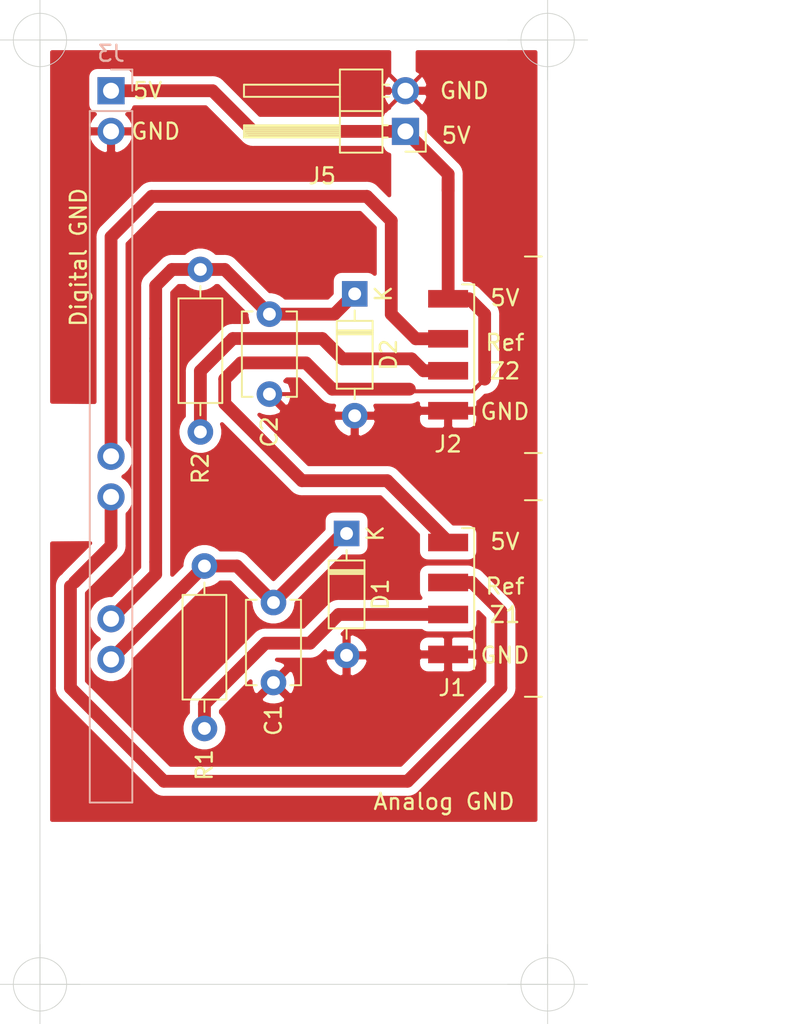
<source format=kicad_pcb>
(kicad_pcb (version 20171130) (host pcbnew "(5.1.6-0-10_14)")

  (general
    (thickness 1.6)
    (drawings 22)
    (tracks 90)
    (zones 0)
    (modules 10)
    (nets 9)
  )

  (page A4)
  (layers
    (0 F.Cu signal)
    (31 B.Cu signal)
    (32 B.Adhes user)
    (33 F.Adhes user)
    (34 B.Paste user)
    (35 F.Paste user)
    (36 B.SilkS user)
    (37 F.SilkS user)
    (38 B.Mask user)
    (39 F.Mask user)
    (40 Dwgs.User user)
    (41 Cmts.User user hide)
    (42 Eco1.User user hide)
    (43 Eco2.User user hide)
    (44 Edge.Cuts user)
    (45 Margin user hide)
    (46 B.CrtYd user hide)
    (47 F.CrtYd user hide)
    (48 B.Fab user hide)
    (49 F.Fab user hide)
  )

  (setup
    (last_trace_width 0.25)
    (user_trace_width 0.8)
    (trace_clearance 0.2)
    (zone_clearance 0.508)
    (zone_45_only yes)
    (trace_min 0.2)
    (via_size 0.8)
    (via_drill 0.4)
    (via_min_size 0.4)
    (via_min_drill 0.3)
    (uvia_size 0.3)
    (uvia_drill 0.1)
    (uvias_allowed no)
    (uvia_min_size 0.2)
    (uvia_min_drill 0.1)
    (edge_width 0.05)
    (segment_width 0.2)
    (pcb_text_width 0.3)
    (pcb_text_size 1.5 1.5)
    (mod_edge_width 0.12)
    (mod_text_size 1 1)
    (mod_text_width 0.15)
    (pad_size 1.524 1.524)
    (pad_drill 0.762)
    (pad_to_mask_clearance 0.05)
    (aux_axis_origin 109.855 182.88)
    (grid_origin 109.855 182.88)
    (visible_elements FFFFFF7F)
    (pcbplotparams
      (layerselection 0x01020_7fffffff)
      (usegerberextensions false)
      (usegerberattributes true)
      (usegerberadvancedattributes true)
      (creategerberjobfile true)
      (excludeedgelayer true)
      (linewidth 0.100000)
      (plotframeref false)
      (viasonmask false)
      (mode 1)
      (useauxorigin true)
      (hpglpennumber 1)
      (hpglpenspeed 20)
      (hpglpendiameter 15.000000)
      (psnegative false)
      (psa4output false)
      (plotreference true)
      (plotvalue true)
      (plotinvisibletext false)
      (padsonsilk false)
      (subtractmaskfromsilk false)
      (outputformat 1)
      (mirror false)
      (drillshape 0)
      (scaleselection 1)
      (outputdirectory ""))
  )

  (net 0 "")
  (net 1 GND)
  (net 2 "Net-(C1-Pad1)")
  (net 3 "Net-(C2-Pad1)")
  (net 4 +5V)
  (net 5 "Net-(J2-Pad3)")
  (net 6 "Net-(J1-Pad3)")
  (net 7 "Net-(J1-Pad2)")
  (net 8 "Net-(J2-Pad2)")

  (net_class Default "This is the default net class."
    (clearance 0.2)
    (trace_width 0.25)
    (via_dia 0.8)
    (via_drill 0.4)
    (uvia_dia 0.3)
    (uvia_drill 0.1)
    (add_net +5V)
    (add_net GND)
    (add_net "Net-(C1-Pad1)")
    (add_net "Net-(C2-Pad1)")
    (add_net "Net-(J1-Pad2)")
    (add_net "Net-(J1-Pad3)")
    (add_net "Net-(J2-Pad2)")
    (add_net "Net-(J2-Pad3)")
  )

  (module Diode_THT:D_DO-35_SOD27_P7.62mm_Horizontal (layer F.Cu) (tedit 5AE50CD5) (tstamp 60199ABC)
    (at 129.54 139.7 270)
    (descr "Diode, DO-35_SOD27 series, Axial, Horizontal, pin pitch=7.62mm, , length*diameter=4*2mm^2, , http://www.diodes.com/_files/packages/DO-35.pdf")
    (tags "Diode DO-35_SOD27 series Axial Horizontal pin pitch 7.62mm  length 4mm diameter 2mm")
    (path /601B0A0B)
    (fp_text reference D2 (at 3.81 -2.12 90) (layer F.SilkS)
      (effects (font (size 1 1) (thickness 0.15)))
    )
    (fp_text value BAT43 (at 3.81 2.12 90) (layer F.Fab)
      (effects (font (size 1 1) (thickness 0.15)))
    )
    (fp_line (start 8.67 -1.25) (end -1.05 -1.25) (layer F.CrtYd) (width 0.05))
    (fp_line (start 8.67 1.25) (end 8.67 -1.25) (layer F.CrtYd) (width 0.05))
    (fp_line (start -1.05 1.25) (end 8.67 1.25) (layer F.CrtYd) (width 0.05))
    (fp_line (start -1.05 -1.25) (end -1.05 1.25) (layer F.CrtYd) (width 0.05))
    (fp_line (start 2.29 -1.12) (end 2.29 1.12) (layer F.SilkS) (width 0.12))
    (fp_line (start 2.53 -1.12) (end 2.53 1.12) (layer F.SilkS) (width 0.12))
    (fp_line (start 2.41 -1.12) (end 2.41 1.12) (layer F.SilkS) (width 0.12))
    (fp_line (start 6.58 0) (end 5.93 0) (layer F.SilkS) (width 0.12))
    (fp_line (start 1.04 0) (end 1.69 0) (layer F.SilkS) (width 0.12))
    (fp_line (start 5.93 -1.12) (end 1.69 -1.12) (layer F.SilkS) (width 0.12))
    (fp_line (start 5.93 1.12) (end 5.93 -1.12) (layer F.SilkS) (width 0.12))
    (fp_line (start 1.69 1.12) (end 5.93 1.12) (layer F.SilkS) (width 0.12))
    (fp_line (start 1.69 -1.12) (end 1.69 1.12) (layer F.SilkS) (width 0.12))
    (fp_line (start 2.31 -1) (end 2.31 1) (layer F.Fab) (width 0.1))
    (fp_line (start 2.51 -1) (end 2.51 1) (layer F.Fab) (width 0.1))
    (fp_line (start 2.41 -1) (end 2.41 1) (layer F.Fab) (width 0.1))
    (fp_line (start 7.62 0) (end 5.81 0) (layer F.Fab) (width 0.1))
    (fp_line (start 0 0) (end 1.81 0) (layer F.Fab) (width 0.1))
    (fp_line (start 5.81 -1) (end 1.81 -1) (layer F.Fab) (width 0.1))
    (fp_line (start 5.81 1) (end 5.81 -1) (layer F.Fab) (width 0.1))
    (fp_line (start 1.81 1) (end 5.81 1) (layer F.Fab) (width 0.1))
    (fp_line (start 1.81 -1) (end 1.81 1) (layer F.Fab) (width 0.1))
    (fp_text user K (at 0 -1.8 90) (layer F.SilkS)
      (effects (font (size 1 1) (thickness 0.15)))
    )
    (fp_text user K (at 0 -1.8 90) (layer F.Fab)
      (effects (font (size 1 1) (thickness 0.15)))
    )
    (fp_text user %R (at 4.11 0 90) (layer F.Fab)
      (effects (font (size 0.8 0.8) (thickness 0.12)))
    )
    (pad 2 thru_hole oval (at 7.62 0 270) (size 1.6 1.6) (drill 0.8) (layers *.Cu *.Mask)
      (net 1 GND))
    (pad 1 thru_hole rect (at 0 0 270) (size 1.6 1.6) (drill 0.8) (layers *.Cu *.Mask)
      (net 3 "Net-(C2-Pad1)"))
    (model ${KISYS3DMOD}/Diode_THT.3dshapes/D_DO-35_SOD27_P7.62mm_Horizontal.wrl
      (at (xyz 0 0 0))
      (scale (xyz 1 1 1))
      (rotate (xyz 0 0 0))
    )
  )

  (module Diode_THT:D_DO-35_SOD27_P7.62mm_Horizontal (layer F.Cu) (tedit 5AE50CD5) (tstamp 60199A9D)
    (at 129.032 154.686 270)
    (descr "Diode, DO-35_SOD27 series, Axial, Horizontal, pin pitch=7.62mm, , length*diameter=4*2mm^2, , http://www.diodes.com/_files/packages/DO-35.pdf")
    (tags "Diode DO-35_SOD27 series Axial Horizontal pin pitch 7.62mm  length 4mm diameter 2mm")
    (path /601B0030)
    (fp_text reference D1 (at 3.81 -2.12 90) (layer F.SilkS)
      (effects (font (size 1 1) (thickness 0.15)))
    )
    (fp_text value BAT43 (at 3.81 2.12 90) (layer F.Fab)
      (effects (font (size 1 1) (thickness 0.15)))
    )
    (fp_line (start 8.67 -1.25) (end -1.05 -1.25) (layer F.CrtYd) (width 0.05))
    (fp_line (start 8.67 1.25) (end 8.67 -1.25) (layer F.CrtYd) (width 0.05))
    (fp_line (start -1.05 1.25) (end 8.67 1.25) (layer F.CrtYd) (width 0.05))
    (fp_line (start -1.05 -1.25) (end -1.05 1.25) (layer F.CrtYd) (width 0.05))
    (fp_line (start 2.29 -1.12) (end 2.29 1.12) (layer F.SilkS) (width 0.12))
    (fp_line (start 2.53 -1.12) (end 2.53 1.12) (layer F.SilkS) (width 0.12))
    (fp_line (start 2.41 -1.12) (end 2.41 1.12) (layer F.SilkS) (width 0.12))
    (fp_line (start 6.58 0) (end 5.93 0) (layer F.SilkS) (width 0.12))
    (fp_line (start 1.04 0) (end 1.69 0) (layer F.SilkS) (width 0.12))
    (fp_line (start 5.93 -1.12) (end 1.69 -1.12) (layer F.SilkS) (width 0.12))
    (fp_line (start 5.93 1.12) (end 5.93 -1.12) (layer F.SilkS) (width 0.12))
    (fp_line (start 1.69 1.12) (end 5.93 1.12) (layer F.SilkS) (width 0.12))
    (fp_line (start 1.69 -1.12) (end 1.69 1.12) (layer F.SilkS) (width 0.12))
    (fp_line (start 2.31 -1) (end 2.31 1) (layer F.Fab) (width 0.1))
    (fp_line (start 2.51 -1) (end 2.51 1) (layer F.Fab) (width 0.1))
    (fp_line (start 2.41 -1) (end 2.41 1) (layer F.Fab) (width 0.1))
    (fp_line (start 7.62 0) (end 5.81 0) (layer F.Fab) (width 0.1))
    (fp_line (start 0 0) (end 1.81 0) (layer F.Fab) (width 0.1))
    (fp_line (start 5.81 -1) (end 1.81 -1) (layer F.Fab) (width 0.1))
    (fp_line (start 5.81 1) (end 5.81 -1) (layer F.Fab) (width 0.1))
    (fp_line (start 1.81 1) (end 5.81 1) (layer F.Fab) (width 0.1))
    (fp_line (start 1.81 -1) (end 1.81 1) (layer F.Fab) (width 0.1))
    (fp_text user K (at 0 -1.8 90) (layer F.SilkS)
      (effects (font (size 1 1) (thickness 0.15)))
    )
    (fp_text user K (at 0 -1.8 90) (layer F.Fab)
      (effects (font (size 1 1) (thickness 0.15)))
    )
    (fp_text user %R (at 4.11 0 90) (layer F.Fab)
      (effects (font (size 0.8 0.8) (thickness 0.12)))
    )
    (pad 2 thru_hole oval (at 7.62 0 270) (size 1.6 1.6) (drill 0.8) (layers *.Cu *.Mask)
      (net 1 GND))
    (pad 1 thru_hole rect (at 0 0 270) (size 1.6 1.6) (drill 0.8) (layers *.Cu *.Mask)
      (net 2 "Net-(C1-Pad1)"))
    (model ${KISYS3DMOD}/Diode_THT.3dshapes/D_DO-35_SOD27_P7.62mm_Horizontal.wrl
      (at (xyz 0 0 0))
      (scale (xyz 1 1 1))
      (rotate (xyz 0 0 0))
    )
  )

  (module Resistor_THT:R_Axial_DIN0207_L6.3mm_D2.5mm_P10.16mm_Horizontal (layer F.Cu) (tedit 5AE5139B) (tstamp 60199BCF)
    (at 119.888 148.336 90)
    (descr "Resistor, Axial_DIN0207 series, Axial, Horizontal, pin pitch=10.16mm, 0.25W = 1/4W, length*diameter=6.3*2.5mm^2, http://cdn-reichelt.de/documents/datenblatt/B400/1_4W%23YAG.pdf")
    (tags "Resistor Axial_DIN0207 series Axial Horizontal pin pitch 10.16mm 0.25W = 1/4W length 6.3mm diameter 2.5mm")
    (path /601AE879)
    (fp_text reference R2 (at -2.286 0 90) (layer F.SilkS)
      (effects (font (size 1 1) (thickness 0.15)))
    )
    (fp_text value 2.2k (at 5.08 2.37 90) (layer F.Fab)
      (effects (font (size 1 1) (thickness 0.15)))
    )
    (fp_line (start 11.21 -1.5) (end -1.05 -1.5) (layer F.CrtYd) (width 0.05))
    (fp_line (start 11.21 1.5) (end 11.21 -1.5) (layer F.CrtYd) (width 0.05))
    (fp_line (start -1.05 1.5) (end 11.21 1.5) (layer F.CrtYd) (width 0.05))
    (fp_line (start -1.05 -1.5) (end -1.05 1.5) (layer F.CrtYd) (width 0.05))
    (fp_line (start 9.12 0) (end 8.35 0) (layer F.SilkS) (width 0.12))
    (fp_line (start 1.04 0) (end 1.81 0) (layer F.SilkS) (width 0.12))
    (fp_line (start 8.35 -1.37) (end 1.81 -1.37) (layer F.SilkS) (width 0.12))
    (fp_line (start 8.35 1.37) (end 8.35 -1.37) (layer F.SilkS) (width 0.12))
    (fp_line (start 1.81 1.37) (end 8.35 1.37) (layer F.SilkS) (width 0.12))
    (fp_line (start 1.81 -1.37) (end 1.81 1.37) (layer F.SilkS) (width 0.12))
    (fp_line (start 10.16 0) (end 8.23 0) (layer F.Fab) (width 0.1))
    (fp_line (start 0 0) (end 1.93 0) (layer F.Fab) (width 0.1))
    (fp_line (start 8.23 -1.25) (end 1.93 -1.25) (layer F.Fab) (width 0.1))
    (fp_line (start 8.23 1.25) (end 8.23 -1.25) (layer F.Fab) (width 0.1))
    (fp_line (start 1.93 1.25) (end 8.23 1.25) (layer F.Fab) (width 0.1))
    (fp_line (start 1.93 -1.25) (end 1.93 1.25) (layer F.Fab) (width 0.1))
    (fp_text user %R (at 5.08 0 90) (layer F.Fab)
      (effects (font (size 1 1) (thickness 0.15)))
    )
    (pad 2 thru_hole oval (at 10.16 0 90) (size 1.6 1.6) (drill 0.8) (layers *.Cu *.Mask)
      (net 3 "Net-(C2-Pad1)"))
    (pad 1 thru_hole circle (at 0 0 90) (size 1.6 1.6) (drill 0.8) (layers *.Cu *.Mask)
      (net 5 "Net-(J2-Pad3)"))
    (model ${KISYS3DMOD}/Resistor_THT.3dshapes/R_Axial_DIN0207_L6.3mm_D2.5mm_P10.16mm_Horizontal.wrl
      (at (xyz 0 0 0))
      (scale (xyz 1 1 1))
      (rotate (xyz 0 0 0))
    )
  )

  (module Connector_USB:USB_A_CNCTech_1001-011-01101_Horizontal (layer F.Cu) (tedit 601A1CD4) (tstamp 60199B7C)
    (at 145.034 143.51)
    (descr "USB type A Plug, Horizontal, http://cnctech.us/pdfs/1001-011-01101.pdf")
    (tags USB-A)
    (path /601AA5CA)
    (attr smd)
    (fp_text reference J2 (at -9.652 5.588) (layer F.SilkS)
      (effects (font (size 1 1) (thickness 0.15)))
    )
    (fp_text value USB_A (at 0 8 180) (layer F.Fab)
      (effects (font (size 1 1) (thickness 0.15)))
    )
    (fp_line (start -7.25 -4) (end -7.25 -3.05) (layer F.Fab) (width 0.1))
    (fp_line (start -7.75 -3.5) (end -7.25 -4) (layer F.Fab) (width 0.1))
    (fp_line (start -7.75 -3.5) (end -7.25 -3) (layer F.Fab) (width 0.1))
    (fp_line (start -8.02 -4.4) (end -8.775 -4.4) (layer F.SilkS) (width 0.12))
    (fp_line (start -11.4 4.55) (end -9.15 4.55) (layer F.CrtYd) (width 0.05))
    (fp_line (start -9.15 4.55) (end -9.15 7.15) (layer F.CrtYd) (width 0.05))
    (fp_line (start -9.15 7.15) (end -4.65 7.15) (layer F.CrtYd) (width 0.05))
    (fp_line (start -4.65 7.15) (end -4.65 6.52) (layer F.CrtYd) (width 0.05))
    (fp_line (start -4.65 6.52) (end 11.4 6.52) (layer F.CrtYd) (width 0.05))
    (fp_line (start 11.4 6.52) (end 11.4 -6.52) (layer F.CrtYd) (width 0.05))
    (fp_line (start -4.65 -6.52) (end 11.4 -6.52) (layer F.CrtYd) (width 0.05))
    (fp_line (start -4.65 -6.52) (end -4.65 -7.15) (layer F.CrtYd) (width 0.05))
    (fp_line (start -9.15 -7.15) (end -4.65 -7.15) (layer F.CrtYd) (width 0.05))
    (fp_line (start -9.15 -7.15) (end -9.15 -4.55) (layer F.CrtYd) (width 0.05))
    (fp_line (start -11.4 -4.55) (end -9.15 -4.55) (layer F.CrtYd) (width 0.05))
    (fp_line (start -11.4 4.55) (end -11.4 -4.55) (layer F.CrtYd) (width 0.05))
    (fp_line (start -4.85 6.145) (end -3.8 6.145) (layer F.SilkS) (width 0.12))
    (fp_line (start -4.85 -6.145) (end -3.8 -6.145) (layer F.SilkS) (width 0.12))
    (fp_line (start -3.8 6.025) (end -3.8 -6.025) (layer Dwgs.User) (width 0.1))
    (fp_line (start -8.02 -4.4) (end -8.02 4.4) (layer F.SilkS) (width 0.12))
    (fp_circle (center -6.9 2.3) (end -6.9 2.8) (layer F.Fab) (width 0.1))
    (fp_circle (center -6.9 -2.3) (end -6.9 -2.8) (layer F.Fab) (width 0.1))
    (fp_line (start -10.4 -3.25) (end -7.9 -3.25) (layer F.Fab) (width 0.1))
    (fp_line (start -10.4 -3.25) (end -10.4 -3.75) (layer F.Fab) (width 0.1))
    (fp_line (start -10.4 -3.75) (end -7.9 -3.75) (layer F.Fab) (width 0.1))
    (fp_line (start -10.4 -1.25) (end -7.9 -1.25) (layer F.Fab) (width 0.1))
    (fp_line (start -10.4 -0.75) (end -7.9 -0.75) (layer F.Fab) (width 0.1))
    (fp_line (start -10.4 -0.75) (end -10.4 -1.25) (layer F.Fab) (width 0.1))
    (fp_line (start -10.4 1.25) (end -7.9 1.25) (layer F.Fab) (width 0.1))
    (fp_line (start -10.4 1.25) (end -10.4 0.75) (layer F.Fab) (width 0.1))
    (fp_line (start -10.4 0.75) (end -7.9 0.75) (layer F.Fab) (width 0.1))
    (fp_line (start -10.4 3.75) (end -7.9 3.75) (layer F.Fab) (width 0.1))
    (fp_line (start -10.4 3.25) (end -7.9 3.25) (layer F.Fab) (width 0.1))
    (fp_line (start -10.4 3.75) (end -10.4 3.25) (layer F.Fab) (width 0.1))
    (fp_line (start 10.9 6.025) (end 10.9 -6.025) (layer F.Fab) (width 0.1))
    (fp_line (start -7.9 6.025) (end 10.9 6.025) (layer F.Fab) (width 0.1))
    (fp_line (start -7.9 -6.025) (end 10.9 -6.025) (layer F.Fab) (width 0.1))
    (fp_line (start -7.9 6.025) (end -7.9 -6.025) (layer F.Fab) (width 0.1))
    (fp_text user %R (at -6 0 90) (layer F.Fab)
      (effects (font (size 1 1) (thickness 0.15)))
    )
    (pad 4 smd rect (at -9.65 3.5) (size 2.5 1.1) (layers F.Cu F.Paste F.Mask)
      (net 1 GND))
    (pad 1 smd rect (at -9.65 -3.5) (size 2.5 1.1) (layers F.Cu F.Paste F.Mask)
      (net 4 +5V))
    (pad 3 smd rect (at -9.65 1) (size 2.5 1.1) (layers F.Cu F.Paste F.Mask)
      (net 5 "Net-(J2-Pad3)"))
    (pad 2 smd rect (at -9.65 -1) (size 2.5 1.1) (layers F.Cu F.Paste F.Mask)
      (net 8 "Net-(J2-Pad2)"))
    (model ${KISYS3DMOD}/Connector_USB.3dshapes/USB_A_CNCTech_1001-011-01101_Horizontal.wrl
      (at (xyz 0 0 0))
      (scale (xyz 1 1 1))
      (rotate (xyz 0 0 0))
    )
  )

  (module Connector_USB:USB_A_CNCTech_1001-011-01101_Horizontal (layer F.Cu) (tedit 601A1CBE) (tstamp 60199B15)
    (at 145.034 158.75)
    (descr "USB type A Plug, Horizontal, http://cnctech.us/pdfs/1001-011-01101.pdf")
    (tags USB-A)
    (path /601A8351)
    (attr smd)
    (fp_text reference J1 (at -9.398 5.588) (layer F.SilkS)
      (effects (font (size 1 1) (thickness 0.15)))
    )
    (fp_text value USB_A (at 0 8 180) (layer F.Fab)
      (effects (font (size 1 1) (thickness 0.15)))
    )
    (fp_line (start -7.25 -4) (end -7.25 -3.05) (layer F.Fab) (width 0.1))
    (fp_line (start -7.75 -3.5) (end -7.25 -4) (layer F.Fab) (width 0.1))
    (fp_line (start -7.75 -3.5) (end -7.25 -3) (layer F.Fab) (width 0.1))
    (fp_line (start -8.02 -4.4) (end -8.775 -4.4) (layer F.SilkS) (width 0.12))
    (fp_line (start -11.4 4.55) (end -9.15 4.55) (layer F.CrtYd) (width 0.05))
    (fp_line (start -9.15 4.55) (end -9.15 7.15) (layer F.CrtYd) (width 0.05))
    (fp_line (start -9.15 7.15) (end -4.65 7.15) (layer F.CrtYd) (width 0.05))
    (fp_line (start -4.65 7.15) (end -4.65 6.52) (layer F.CrtYd) (width 0.05))
    (fp_line (start -4.65 6.52) (end 11.4 6.52) (layer F.CrtYd) (width 0.05))
    (fp_line (start 11.4 6.52) (end 11.4 -6.52) (layer F.CrtYd) (width 0.05))
    (fp_line (start -4.65 -6.52) (end 11.4 -6.52) (layer F.CrtYd) (width 0.05))
    (fp_line (start -4.65 -6.52) (end -4.65 -7.15) (layer F.CrtYd) (width 0.05))
    (fp_line (start -9.15 -7.15) (end -4.65 -7.15) (layer F.CrtYd) (width 0.05))
    (fp_line (start -9.15 -7.15) (end -9.15 -4.55) (layer F.CrtYd) (width 0.05))
    (fp_line (start -11.4 -4.55) (end -9.15 -4.55) (layer F.CrtYd) (width 0.05))
    (fp_line (start -11.4 4.55) (end -11.4 -4.55) (layer F.CrtYd) (width 0.05))
    (fp_line (start -4.85 6.145) (end -3.8 6.145) (layer F.SilkS) (width 0.12))
    (fp_line (start -4.85 -6.145) (end -3.8 -6.145) (layer F.SilkS) (width 0.12))
    (fp_line (start -3.8 6.025) (end -3.8 -6.025) (layer Dwgs.User) (width 0.1))
    (fp_line (start -8.02 -4.4) (end -8.02 4.4) (layer F.SilkS) (width 0.12))
    (fp_line (start -10.4 -3.25) (end -7.9 -3.25) (layer F.Fab) (width 0.1))
    (fp_line (start -10.4 -3.25) (end -10.4 -3.75) (layer F.Fab) (width 0.1))
    (fp_line (start -10.4 -3.75) (end -7.9 -3.75) (layer F.Fab) (width 0.1))
    (fp_line (start -10.4 -1.25) (end -7.9 -1.25) (layer F.Fab) (width 0.1))
    (fp_line (start -10.4 -0.75) (end -7.9 -0.75) (layer F.Fab) (width 0.1))
    (fp_line (start -10.4 -0.75) (end -10.4 -1.25) (layer F.Fab) (width 0.1))
    (fp_line (start -10.4 1.25) (end -7.9 1.25) (layer F.Fab) (width 0.1))
    (fp_line (start -10.4 1.25) (end -10.4 0.75) (layer F.Fab) (width 0.1))
    (fp_line (start -10.4 0.75) (end -7.9 0.75) (layer F.Fab) (width 0.1))
    (fp_line (start -10.4 3.75) (end -7.9 3.75) (layer F.Fab) (width 0.1))
    (fp_line (start -10.4 3.25) (end -7.9 3.25) (layer F.Fab) (width 0.1))
    (fp_line (start -10.4 3.75) (end -10.4 3.25) (layer F.Fab) (width 0.1))
    (fp_line (start 10.9 6.025) (end 10.9 -6.025) (layer F.Fab) (width 0.1))
    (fp_line (start -7.9 6.025) (end 10.9 6.025) (layer F.Fab) (width 0.1))
    (fp_line (start -7.9 -6.025) (end 10.9 -6.025) (layer F.Fab) (width 0.1))
    (fp_line (start -7.9 6.025) (end -7.9 -6.025) (layer F.Fab) (width 0.1))
    (fp_text user %R (at -6 0 90) (layer F.Fab)
      (effects (font (size 1 1) (thickness 0.15)))
    )
    (pad 4 smd rect (at -9.65 3.5) (size 2.5 1.1) (layers F.Cu F.Paste F.Mask)
      (net 1 GND))
    (pad 1 smd rect (at -9.65 -3.5) (size 2.5 1.1) (layers F.Cu F.Paste F.Mask)
      (net 4 +5V))
    (pad 3 smd rect (at -9.65 1) (size 2.5 1.1) (layers F.Cu F.Paste F.Mask)
      (net 6 "Net-(J1-Pad3)"))
    (pad 2 smd rect (at -9.65 -1) (size 2.5 1.1) (layers F.Cu F.Paste F.Mask)
      (net 7 "Net-(J1-Pad2)"))
    (model ${KISYS3DMOD}/Connector_USB.3dshapes/USB_A_CNCTech_1001-011-01101_Horizontal.wrl
      (at (xyz 0 0 0))
      (scale (xyz 1 1 1))
      (rotate (xyz 0 0 0))
    )
  )

  (module Connector_PinHeader_2.54mm:PinHeader_1x18_P2.54mm_Vertical (layer B.Cu) (tedit 601A1A17) (tstamp 60199AE1)
    (at 114.3 127 180)
    (descr "Through hole straight pin header, 1x18, 2.54mm pitch, single row")
    (tags "Through hole pin header THT 1x18 2.54mm single row")
    (path /6019AC9A)
    (fp_text reference J3 (at 0 2.33 180) (layer B.SilkS)
      (effects (font (size 1 1) (thickness 0.15)) (justify mirror))
    )
    (fp_text value Conn_01x18 (at 0 -45.51 180) (layer B.Fab)
      (effects (font (size 1 1) (thickness 0.15)) (justify mirror))
    )
    (fp_line (start 1.8 1.8) (end -1.8 1.8) (layer B.CrtYd) (width 0.05))
    (fp_line (start 1.8 -44.95) (end 1.8 1.8) (layer B.CrtYd) (width 0.05))
    (fp_line (start -1.8 -44.95) (end 1.8 -44.95) (layer B.CrtYd) (width 0.05))
    (fp_line (start -1.8 1.8) (end -1.8 -44.95) (layer B.CrtYd) (width 0.05))
    (fp_line (start -1.33 1.33) (end 0 1.33) (layer B.SilkS) (width 0.12))
    (fp_line (start -1.33 0) (end -1.33 1.33) (layer B.SilkS) (width 0.12))
    (fp_line (start -1.33 -1.27) (end 1.33 -1.27) (layer B.SilkS) (width 0.12))
    (fp_line (start 1.33 -1.27) (end 1.33 -44.51) (layer B.SilkS) (width 0.12))
    (fp_line (start -1.33 -1.27) (end -1.33 -44.51) (layer B.SilkS) (width 0.12))
    (fp_line (start -1.33 -44.51) (end 1.33 -44.51) (layer B.SilkS) (width 0.12))
    (fp_line (start -1.27 0.635) (end -0.635 1.27) (layer B.Fab) (width 0.1))
    (fp_line (start -1.27 -44.45) (end -1.27 0.635) (layer B.Fab) (width 0.1))
    (fp_line (start 1.27 -44.45) (end -1.27 -44.45) (layer B.Fab) (width 0.1))
    (fp_line (start 1.27 1.27) (end 1.27 -44.45) (layer B.Fab) (width 0.1))
    (fp_line (start -0.635 1.27) (end 1.27 1.27) (layer B.Fab) (width 0.1))
    (pad 15 thru_hole oval (at 0 -35.56 180) (size 1.7 1.7) (drill 1) (layers *.Cu *.Mask)
      (net 2 "Net-(C1-Pad1)"))
    (pad 14 thru_hole oval (at 0 -33.02 180) (size 1.7 1.7) (drill 1) (layers *.Cu *.Mask)
      (net 3 "Net-(C2-Pad1)"))
    (pad 11 thru_hole oval (at 0 -25.4 180) (size 1.7 1.7) (drill 1) (layers *.Cu *.Mask)
      (net 7 "Net-(J1-Pad2)"))
    (pad 10 thru_hole oval (at 0 -22.86 180) (size 1.7 1.7) (drill 1) (layers *.Cu *.Mask)
      (net 8 "Net-(J2-Pad2)"))
    (pad 2 thru_hole oval (at 0 -2.54 180) (size 1.7 1.7) (drill 1) (layers *.Cu *.Mask)
      (net 1 GND))
    (pad 1 thru_hole rect (at 0 0 180) (size 1.7 1.7) (drill 1) (layers *.Cu *.Mask)
      (net 4 +5V))
    (model ${KISYS3DMOD}/Connector_PinHeader_2.54mm.3dshapes/PinHeader_1x18_P2.54mm_Vertical.wrl
      (at (xyz 0 0 0))
      (scale (xyz 1 1 1))
      (rotate (xyz 0 0 0))
    )
  )

  (module Resistor_THT:R_Axial_DIN0207_L6.3mm_D2.5mm_P10.16mm_Horizontal (layer F.Cu) (tedit 5AE5139B) (tstamp 60199BB8)
    (at 120.142 166.878 90)
    (descr "Resistor, Axial_DIN0207 series, Axial, Horizontal, pin pitch=10.16mm, 0.25W = 1/4W, length*diameter=6.3*2.5mm^2, http://cdn-reichelt.de/documents/datenblatt/B400/1_4W%23YAG.pdf")
    (tags "Resistor Axial_DIN0207 series Axial Horizontal pin pitch 10.16mm 0.25W = 1/4W length 6.3mm diameter 2.5mm")
    (path /601AE3CE)
    (fp_text reference R1 (at -2.286 0 90) (layer F.SilkS)
      (effects (font (size 1 1) (thickness 0.15)))
    )
    (fp_text value 2.2k (at 5.08 2.37 90) (layer F.Fab)
      (effects (font (size 1 1) (thickness 0.15)))
    )
    (fp_line (start 11.21 -1.5) (end -1.05 -1.5) (layer F.CrtYd) (width 0.05))
    (fp_line (start 11.21 1.5) (end 11.21 -1.5) (layer F.CrtYd) (width 0.05))
    (fp_line (start -1.05 1.5) (end 11.21 1.5) (layer F.CrtYd) (width 0.05))
    (fp_line (start -1.05 -1.5) (end -1.05 1.5) (layer F.CrtYd) (width 0.05))
    (fp_line (start 9.12 0) (end 8.35 0) (layer F.SilkS) (width 0.12))
    (fp_line (start 1.04 0) (end 1.81 0) (layer F.SilkS) (width 0.12))
    (fp_line (start 8.35 -1.37) (end 1.81 -1.37) (layer F.SilkS) (width 0.12))
    (fp_line (start 8.35 1.37) (end 8.35 -1.37) (layer F.SilkS) (width 0.12))
    (fp_line (start 1.81 1.37) (end 8.35 1.37) (layer F.SilkS) (width 0.12))
    (fp_line (start 1.81 -1.37) (end 1.81 1.37) (layer F.SilkS) (width 0.12))
    (fp_line (start 10.16 0) (end 8.23 0) (layer F.Fab) (width 0.1))
    (fp_line (start 0 0) (end 1.93 0) (layer F.Fab) (width 0.1))
    (fp_line (start 8.23 -1.25) (end 1.93 -1.25) (layer F.Fab) (width 0.1))
    (fp_line (start 8.23 1.25) (end 8.23 -1.25) (layer F.Fab) (width 0.1))
    (fp_line (start 1.93 1.25) (end 8.23 1.25) (layer F.Fab) (width 0.1))
    (fp_line (start 1.93 -1.25) (end 1.93 1.25) (layer F.Fab) (width 0.1))
    (fp_text user %R (at 5.08 0 90) (layer F.Fab)
      (effects (font (size 1 1) (thickness 0.15)))
    )
    (pad 2 thru_hole oval (at 10.16 0 90) (size 1.6 1.6) (drill 0.8) (layers *.Cu *.Mask)
      (net 2 "Net-(C1-Pad1)"))
    (pad 1 thru_hole circle (at 0 0 90) (size 1.6 1.6) (drill 0.8) (layers *.Cu *.Mask)
      (net 6 "Net-(J1-Pad3)"))
    (model ${KISYS3DMOD}/Resistor_THT.3dshapes/R_Axial_DIN0207_L6.3mm_D2.5mm_P10.16mm_Horizontal.wrl
      (at (xyz 0 0 0))
      (scale (xyz 1 1 1))
      (rotate (xyz 0 0 0))
    )
  )

  (module Connector_PinHeader_2.54mm:PinHeader_1x02_P2.54mm_Horizontal (layer F.Cu) (tedit 59FED5CB) (tstamp 60199B48)
    (at 132.715 129.54 180)
    (descr "Through hole angled pin header, 1x02, 2.54mm pitch, 6mm pin length, single row")
    (tags "Through hole angled pin header THT 1x02 2.54mm single row")
    (path /601AC83D)
    (fp_text reference J5 (at 5.207 -2.794) (layer F.SilkS)
      (effects (font (size 1 1) (thickness 0.15)))
    )
    (fp_text value Conn_01x02 (at 4.385 4.81) (layer F.Fab)
      (effects (font (size 1 1) (thickness 0.15)))
    )
    (fp_line (start 10.55 -1.8) (end -1.8 -1.8) (layer F.CrtYd) (width 0.05))
    (fp_line (start 10.55 4.35) (end 10.55 -1.8) (layer F.CrtYd) (width 0.05))
    (fp_line (start -1.8 4.35) (end 10.55 4.35) (layer F.CrtYd) (width 0.05))
    (fp_line (start -1.8 -1.8) (end -1.8 4.35) (layer F.CrtYd) (width 0.05))
    (fp_line (start -1.27 -1.27) (end 0 -1.27) (layer F.SilkS) (width 0.12))
    (fp_line (start -1.27 0) (end -1.27 -1.27) (layer F.SilkS) (width 0.12))
    (fp_line (start 1.042929 2.92) (end 1.44 2.92) (layer F.SilkS) (width 0.12))
    (fp_line (start 1.042929 2.16) (end 1.44 2.16) (layer F.SilkS) (width 0.12))
    (fp_line (start 10.1 2.92) (end 4.1 2.92) (layer F.SilkS) (width 0.12))
    (fp_line (start 10.1 2.16) (end 10.1 2.92) (layer F.SilkS) (width 0.12))
    (fp_line (start 4.1 2.16) (end 10.1 2.16) (layer F.SilkS) (width 0.12))
    (fp_line (start 1.44 1.27) (end 4.1 1.27) (layer F.SilkS) (width 0.12))
    (fp_line (start 1.11 0.38) (end 1.44 0.38) (layer F.SilkS) (width 0.12))
    (fp_line (start 1.11 -0.38) (end 1.44 -0.38) (layer F.SilkS) (width 0.12))
    (fp_line (start 4.1 0.28) (end 10.1 0.28) (layer F.SilkS) (width 0.12))
    (fp_line (start 4.1 0.16) (end 10.1 0.16) (layer F.SilkS) (width 0.12))
    (fp_line (start 4.1 0.04) (end 10.1 0.04) (layer F.SilkS) (width 0.12))
    (fp_line (start 4.1 -0.08) (end 10.1 -0.08) (layer F.SilkS) (width 0.12))
    (fp_line (start 4.1 -0.2) (end 10.1 -0.2) (layer F.SilkS) (width 0.12))
    (fp_line (start 4.1 -0.32) (end 10.1 -0.32) (layer F.SilkS) (width 0.12))
    (fp_line (start 10.1 0.38) (end 4.1 0.38) (layer F.SilkS) (width 0.12))
    (fp_line (start 10.1 -0.38) (end 10.1 0.38) (layer F.SilkS) (width 0.12))
    (fp_line (start 4.1 -0.38) (end 10.1 -0.38) (layer F.SilkS) (width 0.12))
    (fp_line (start 4.1 -1.33) (end 1.44 -1.33) (layer F.SilkS) (width 0.12))
    (fp_line (start 4.1 3.87) (end 4.1 -1.33) (layer F.SilkS) (width 0.12))
    (fp_line (start 1.44 3.87) (end 4.1 3.87) (layer F.SilkS) (width 0.12))
    (fp_line (start 1.44 -1.33) (end 1.44 3.87) (layer F.SilkS) (width 0.12))
    (fp_line (start 4.04 2.86) (end 10.04 2.86) (layer F.Fab) (width 0.1))
    (fp_line (start 10.04 2.22) (end 10.04 2.86) (layer F.Fab) (width 0.1))
    (fp_line (start 4.04 2.22) (end 10.04 2.22) (layer F.Fab) (width 0.1))
    (fp_line (start -0.32 2.86) (end 1.5 2.86) (layer F.Fab) (width 0.1))
    (fp_line (start -0.32 2.22) (end -0.32 2.86) (layer F.Fab) (width 0.1))
    (fp_line (start -0.32 2.22) (end 1.5 2.22) (layer F.Fab) (width 0.1))
    (fp_line (start 4.04 0.32) (end 10.04 0.32) (layer F.Fab) (width 0.1))
    (fp_line (start 10.04 -0.32) (end 10.04 0.32) (layer F.Fab) (width 0.1))
    (fp_line (start 4.04 -0.32) (end 10.04 -0.32) (layer F.Fab) (width 0.1))
    (fp_line (start -0.32 0.32) (end 1.5 0.32) (layer F.Fab) (width 0.1))
    (fp_line (start -0.32 -0.32) (end -0.32 0.32) (layer F.Fab) (width 0.1))
    (fp_line (start -0.32 -0.32) (end 1.5 -0.32) (layer F.Fab) (width 0.1))
    (fp_line (start 1.5 -0.635) (end 2.135 -1.27) (layer F.Fab) (width 0.1))
    (fp_line (start 1.5 3.81) (end 1.5 -0.635) (layer F.Fab) (width 0.1))
    (fp_line (start 4.04 3.81) (end 1.5 3.81) (layer F.Fab) (width 0.1))
    (fp_line (start 4.04 -1.27) (end 4.04 3.81) (layer F.Fab) (width 0.1))
    (fp_line (start 2.135 -1.27) (end 4.04 -1.27) (layer F.Fab) (width 0.1))
    (fp_text user %R (at 2.77 1.27 90) (layer F.Fab)
      (effects (font (size 1 1) (thickness 0.15)))
    )
    (pad 2 thru_hole oval (at 0 2.54 180) (size 1.7 1.7) (drill 1) (layers *.Cu *.Mask)
      (net 1 GND))
    (pad 1 thru_hole rect (at 0 0 180) (size 1.7 1.7) (drill 1) (layers *.Cu *.Mask)
      (net 4 +5V))
    (model ${KISYS3DMOD}/Connector_PinHeader_2.54mm.3dshapes/PinHeader_1x02_P2.54mm_Horizontal.wrl
      (at (xyz 0 0 0))
      (scale (xyz 1 1 1))
      (rotate (xyz 0 0 0))
    )
  )

  (module Capacitor_THT:C_Disc_D5.1mm_W3.2mm_P5.00mm (layer F.Cu) (tedit 5AE50EF0) (tstamp 60199A7E)
    (at 124.206 140.97 270)
    (descr "C, Disc series, Radial, pin pitch=5.00mm, , diameter*width=5.1*3.2mm^2, Capacitor, http://www.vishay.com/docs/45233/krseries.pdf")
    (tags "C Disc series Radial pin pitch 5.00mm  diameter 5.1mm width 3.2mm Capacitor")
    (path /601AF955)
    (fp_text reference C2 (at 7.366 0 90) (layer F.SilkS)
      (effects (font (size 1 1) (thickness 0.15)))
    )
    (fp_text value 330n (at 2.5 2.85 90) (layer F.Fab)
      (effects (font (size 1 1) (thickness 0.15)))
    )
    (fp_line (start 6.05 -1.85) (end -1.05 -1.85) (layer F.CrtYd) (width 0.05))
    (fp_line (start 6.05 1.85) (end 6.05 -1.85) (layer F.CrtYd) (width 0.05))
    (fp_line (start -1.05 1.85) (end 6.05 1.85) (layer F.CrtYd) (width 0.05))
    (fp_line (start -1.05 -1.85) (end -1.05 1.85) (layer F.CrtYd) (width 0.05))
    (fp_line (start 5.17 1.055) (end 5.17 1.721) (layer F.SilkS) (width 0.12))
    (fp_line (start 5.17 -1.721) (end 5.17 -1.055) (layer F.SilkS) (width 0.12))
    (fp_line (start -0.17 1.055) (end -0.17 1.721) (layer F.SilkS) (width 0.12))
    (fp_line (start -0.17 -1.721) (end -0.17 -1.055) (layer F.SilkS) (width 0.12))
    (fp_line (start -0.17 1.721) (end 5.17 1.721) (layer F.SilkS) (width 0.12))
    (fp_line (start -0.17 -1.721) (end 5.17 -1.721) (layer F.SilkS) (width 0.12))
    (fp_line (start 5.05 -1.6) (end -0.05 -1.6) (layer F.Fab) (width 0.1))
    (fp_line (start 5.05 1.6) (end 5.05 -1.6) (layer F.Fab) (width 0.1))
    (fp_line (start -0.05 1.6) (end 5.05 1.6) (layer F.Fab) (width 0.1))
    (fp_line (start -0.05 -1.6) (end -0.05 1.6) (layer F.Fab) (width 0.1))
    (fp_text user %R (at 5.882 -22.098 90) (layer F.Fab)
      (effects (font (size 1 1) (thickness 0.15)))
    )
    (pad 2 thru_hole circle (at 5 0 270) (size 1.6 1.6) (drill 0.8) (layers *.Cu *.Mask)
      (net 1 GND))
    (pad 1 thru_hole circle (at 0 0 270) (size 1.6 1.6) (drill 0.8) (layers *.Cu *.Mask)
      (net 3 "Net-(C2-Pad1)"))
    (model ${KISYS3DMOD}/Capacitor_THT.3dshapes/C_Disc_D5.1mm_W3.2mm_P5.00mm.wrl
      (at (xyz 0 0 0))
      (scale (xyz 1 1 1))
      (rotate (xyz 0 0 0))
    )
  )

  (module Capacitor_THT:C_Disc_D5.1mm_W3.2mm_P5.00mm (layer F.Cu) (tedit 5AE50EF0) (tstamp 60199A69)
    (at 124.46 159.004 270)
    (descr "C, Disc series, Radial, pin pitch=5.00mm, , diameter*width=5.1*3.2mm^2, Capacitor, http://www.vishay.com/docs/45233/krseries.pdf")
    (tags "C Disc series Radial pin pitch 5.00mm  diameter 5.1mm width 3.2mm Capacitor")
    (path /601AEEBF)
    (fp_text reference C1 (at 7.366 0 90) (layer F.SilkS)
      (effects (font (size 1 1) (thickness 0.15)))
    )
    (fp_text value 330n (at 2.5 2.85 90) (layer F.Fab)
      (effects (font (size 1 1) (thickness 0.15)))
    )
    (fp_line (start 6.05 -1.85) (end -1.05 -1.85) (layer F.CrtYd) (width 0.05))
    (fp_line (start 6.05 1.85) (end 6.05 -1.85) (layer F.CrtYd) (width 0.05))
    (fp_line (start -1.05 1.85) (end 6.05 1.85) (layer F.CrtYd) (width 0.05))
    (fp_line (start -1.05 -1.85) (end -1.05 1.85) (layer F.CrtYd) (width 0.05))
    (fp_line (start 5.17 1.055) (end 5.17 1.721) (layer F.SilkS) (width 0.12))
    (fp_line (start 5.17 -1.721) (end 5.17 -1.055) (layer F.SilkS) (width 0.12))
    (fp_line (start -0.17 1.055) (end -0.17 1.721) (layer F.SilkS) (width 0.12))
    (fp_line (start -0.17 -1.721) (end -0.17 -1.055) (layer F.SilkS) (width 0.12))
    (fp_line (start -0.17 1.721) (end 5.17 1.721) (layer F.SilkS) (width 0.12))
    (fp_line (start -0.17 -1.721) (end 5.17 -1.721) (layer F.SilkS) (width 0.12))
    (fp_line (start 5.05 -1.6) (end -0.05 -1.6) (layer F.Fab) (width 0.1))
    (fp_line (start 5.05 1.6) (end 5.05 -1.6) (layer F.Fab) (width 0.1))
    (fp_line (start -0.05 1.6) (end 5.05 1.6) (layer F.Fab) (width 0.1))
    (fp_line (start -0.05 -1.6) (end -0.05 1.6) (layer F.Fab) (width 0.1))
    (fp_text user %R (at 2.5 0 90) (layer F.Fab)
      (effects (font (size 1 1) (thickness 0.15)))
    )
    (pad 2 thru_hole circle (at 5 0 270) (size 1.6 1.6) (drill 0.8) (layers *.Cu *.Mask)
      (net 1 GND))
    (pad 1 thru_hole circle (at 0 0 270) (size 1.6 1.6) (drill 0.8) (layers *.Cu *.Mask)
      (net 2 "Net-(C1-Pad1)"))
    (model ${KISYS3DMOD}/Capacitor_THT.3dshapes/C_Disc_D5.1mm_W3.2mm_P5.00mm.wrl
      (at (xyz 0 0 0))
      (scale (xyz 1 1 1))
      (rotate (xyz 0 0 0))
    )
  )

  (target plus (at 109.855 123.825) (size 5) (width 0.05) (layer Edge.Cuts) (tstamp 60216F6B))
  (target plus (at 141.605 123.825) (size 5) (width 0.05) (layer Edge.Cuts) (tstamp 60216F6A))
  (target plus (at 141.605 182.88) (size 5) (width 0.05) (layer Edge.Cuts) (tstamp 60216F69))
  (target plus (at 109.855 182.88) (size 5) (width 0.05) (layer Edge.Cuts))
  (gr_text "Analog GND" (at 135.128 171.45) (layer F.SilkS)
    (effects (font (size 1 1) (thickness 0.15)))
  )
  (gr_text "Digital GND" (at 112.268 137.414 90) (layer F.SilkS)
    (effects (font (size 1 1) (thickness 0.15)))
  )
  (gr_text Ref (at 138.938 157.988) (layer F.SilkS) (tstamp 601AEA83)
    (effects (font (size 1 1) (thickness 0.15)))
  )
  (gr_text Z1 (at 138.938 159.766) (layer F.SilkS) (tstamp 601AEA82)
    (effects (font (size 1 1) (thickness 0.15)))
  )
  (gr_text GND (at 138.938 162.306) (layer F.SilkS) (tstamp 601AEA81)
    (effects (font (size 1 1) (thickness 0.15)))
  )
  (gr_text GND (at 138.938 147.066) (layer F.SilkS)
    (effects (font (size 1 1) (thickness 0.15)))
  )
  (gr_text Z2 (at 138.938 144.526) (layer F.SilkS)
    (effects (font (size 1 1) (thickness 0.15)))
  )
  (gr_text Ref (at 138.938 142.748) (layer F.SilkS)
    (effects (font (size 1 1) (thickness 0.15)))
  )
  (gr_text GND (at 117.094 129.54) (layer F.SilkS)
    (effects (font (size 1 1) (thickness 0.15)))
  )
  (gr_text 5V (at 116.586 127) (layer F.SilkS)
    (effects (font (size 1 1) (thickness 0.15)))
  )
  (gr_text GND (at 136.398 127) (layer F.SilkS)
    (effects (font (size 1 1) (thickness 0.15)))
  )
  (gr_text 5V (at 135.89 129.794) (layer F.SilkS) (tstamp 601AE98B)
    (effects (font (size 1 1) (thickness 0.15)))
  )
  (gr_text 5V (at 138.938 155.194) (layer F.SilkS) (tstamp 601AE98B)
    (effects (font (size 1 1) (thickness 0.15)))
  )
  (gr_text 5V (at 138.938 139.954) (layer F.SilkS)
    (effects (font (size 1 1) (thickness 0.15)))
  )
  (gr_line (start 141.605 123.825) (end 109.855 123.825) (layer Edge.Cuts) (width 0.05) (tstamp 601AC6A7))
  (gr_line (start 141.605 182.88) (end 141.605 123.825) (layer Edge.Cuts) (width 0.05))
  (gr_line (start 109.855 182.88) (end 141.605 182.88) (layer Edge.Cuts) (width 0.05))
  (gr_line (start 109.855 123.825) (end 109.855 182.88) (layer Edge.Cuts) (width 0.05))

  (segment (start 125.65 145.97) (end 128.778 149.098) (width 0.25) (layer F.Cu) (net 1))
  (segment (start 124.206 145.97) (end 125.65 145.97) (width 0.25) (layer F.Cu) (net 1))
  (segment (start 130.81 125.095) (end 132.715 127) (width 0.25) (layer F.Cu) (net 1))
  (segment (start 132.715 127) (end 131.445 128.27) (width 0.25) (layer F.Cu) (net 1))
  (segment (start 132.715 127) (end 134.62 128.905) (width 0.25) (layer F.Cu) (net 1))
  (segment (start 132.715 127) (end 134.62 125.095) (width 0.25) (layer F.Cu) (net 1))
  (segment (start 137.414 149.098) (end 128.778 149.098) (width 0.25) (layer F.Cu) (net 1))
  (segment (start 138.938 130.556) (end 138.938 147.574) (width 0.25) (layer F.Cu) (net 1))
  (segment (start 135.382 127) (end 138.938 130.556) (width 0.25) (layer F.Cu) (net 1))
  (segment (start 122.174 124.714) (end 124.46 127) (width 0.25) (layer F.Cu) (net 1))
  (segment (start 114.3 129.54) (end 113.03 129.54) (width 0.25) (layer F.Cu) (net 1))
  (segment (start 113.284 124.714) (end 122.174 124.714) (width 0.25) (layer F.Cu) (net 1))
  (segment (start 111.76 126.238) (end 113.284 124.714) (width 0.25) (layer F.Cu) (net 1))
  (segment (start 138.938 147.574) (end 137.414 149.098) (width 0.25) (layer F.Cu) (net 1))
  (segment (start 124.46 127) (end 135.382 127) (width 0.25) (layer F.Cu) (net 1))
  (segment (start 111.76 128.27) (end 111.76 126.238) (width 0.25) (layer F.Cu) (net 1))
  (segment (start 113.03 129.54) (end 111.76 128.27) (width 0.25) (layer F.Cu) (net 1))
  (segment (start 128.778 154.686) (end 129.032 154.686) (width 0.25) (layer F.Cu) (net 2))
  (segment (start 124.46 159.004) (end 128.778 154.686) (width 0.8) (layer F.Cu) (net 2))
  (segment (start 122.174 156.718) (end 124.46 159.004) (width 0.8) (layer F.Cu) (net 2))
  (segment (start 120.142 156.718) (end 122.174 156.718) (width 0.8) (layer F.Cu) (net 2))
  (segment (start 114.3 162.56) (end 120.142 156.718) (width 0.8) (layer F.Cu) (net 2))
  (segment (start 117.094 142.494) (end 117.094 144.526) (width 0.8) (layer F.Cu) (net 3))
  (segment (start 117.094 144.018) (end 117.094 144.526) (width 0.25) (layer F.Cu) (net 3))
  (segment (start 119.888 138.176) (end 118.11 138.176) (width 0.8) (layer F.Cu) (net 3))
  (segment (start 117.094 139.192) (end 117.094 142.494) (width 0.8) (layer F.Cu) (net 3))
  (segment (start 118.11 138.176) (end 117.094 139.192) (width 0.8) (layer F.Cu) (net 3))
  (segment (start 114.3 160.02) (end 117.094 157.226) (width 0.8) (layer F.Cu) (net 3))
  (segment (start 117.094 157.226) (end 117.094 156.464) (width 0.8) (layer F.Cu) (net 3))
  (segment (start 117.094 156.464) (end 117.094 144.526) (width 0.8) (layer F.Cu) (net 3))
  (segment (start 119.888 138.176) (end 121.412 138.176) (width 0.8) (layer F.Cu) (net 3))
  (segment (start 121.412 138.176) (end 124.206 140.97) (width 0.8) (layer F.Cu) (net 3))
  (segment (start 128.27 140.97) (end 129.54 139.7) (width 0.8) (layer F.Cu) (net 3))
  (segment (start 124.206 140.97) (end 128.27 140.97) (width 0.8) (layer F.Cu) (net 3))
  (segment (start 135.228 139.954) (end 135.172 140.01) (width 0.25) (layer F.Cu) (net 4))
  (segment (start 135.172 140.01) (end 135.172 132.24959) (width 0.25) (layer F.Cu) (net 4))
  (segment (start 131.572 151.384) (end 135.384 155.196) (width 0.8) (layer F.Cu) (net 4))
  (segment (start 121.412 146.558) (end 126.238 151.384) (width 0.8) (layer F.Cu) (net 4))
  (segment (start 121.412 145.034) (end 121.412 146.558) (width 0.8) (layer F.Cu) (net 4))
  (segment (start 137.668 145.034) (end 136.906 145.796) (width 0.25) (layer F.Cu) (net 4))
  (segment (start 137.668 140.97) (end 137.668 145.034) (width 0.8) (layer F.Cu) (net 4))
  (segment (start 126.238 151.384) (end 131.572 151.384) (width 0.8) (layer F.Cu) (net 4))
  (segment (start 136.708 140.01) (end 137.668 140.97) (width 0.8) (layer F.Cu) (net 4))
  (segment (start 135.172 140.01) (end 136.708 140.01) (width 0.8) (layer F.Cu) (net 4))
  (segment (start 123.19 129.54) (end 128.27 129.54) (width 0.8) (layer F.Cu) (net 4))
  (segment (start 120.65 127) (end 123.19 129.54) (width 0.8) (layer F.Cu) (net 4))
  (segment (start 114.3 127) (end 120.65 127) (width 0.8) (layer F.Cu) (net 4))
  (segment (start 128.27 129.54) (end 132.715 129.54) (width 0.8) (layer F.Cu) (net 4))
  (segment (start 135.384 132.209) (end 135.384 133.221) (width 0.8) (layer F.Cu) (net 4))
  (segment (start 132.715 129.54) (end 135.384 132.209) (width 0.8) (layer F.Cu) (net 4))
  (segment (start 135.384 133.221) (end 135.384 140.01) (width 0.8) (layer F.Cu) (net 4))
  (segment (start 135.384 132.59) (end 135.384 133.221) (width 0.8) (layer F.Cu) (net 4))
  (segment (start 121.412 145.034) (end 121.876001 144.569999) (width 0.8) (layer F.Cu) (net 4))
  (segment (start 121.412 145.034) (end 122.428 144.018) (width 0.8) (layer F.Cu) (net 4))
  (segment (start 122.428 144.018) (end 126.492 144.018) (width 0.8) (layer F.Cu) (net 4))
  (segment (start 126.492 144.018) (end 128.134001 145.660001) (width 0.8) (layer F.Cu) (net 4))
  (segment (start 133.096 145.796) (end 128.016 145.796) (width 0.25) (layer F.Cu) (net 4))
  (segment (start 128.134001 145.660001) (end 132.960001 145.660001) (width 0.8) (layer F.Cu) (net 4))
  (segment (start 136.906 145.796) (end 133.096 145.796) (width 0.25) (layer F.Cu) (net 4))
  (segment (start 128.778 143.764) (end 133.096 143.764) (width 0.8) (layer F.Cu) (net 5))
  (segment (start 121.92 142.494) (end 127.508 142.494) (width 0.8) (layer F.Cu) (net 5))
  (segment (start 127.508 142.494) (end 128.778 143.764) (width 0.8) (layer F.Cu) (net 5))
  (segment (start 133.842 144.51) (end 135.384 144.51) (width 0.8) (layer F.Cu) (net 5))
  (segment (start 119.888 144.526) (end 121.92 142.494) (width 0.8) (layer F.Cu) (net 5))
  (segment (start 133.096 143.764) (end 133.842 144.51) (width 0.8) (layer F.Cu) (net 5))
  (segment (start 119.888 148.336) (end 119.888 144.526) (width 0.8) (layer F.Cu) (net 5))
  (segment (start 120.142 166.878) (end 120.142 165.354) (width 0.8) (layer F.Cu) (net 6))
  (segment (start 120.142 165.354) (end 123.952 161.544) (width 0.8) (layer F.Cu) (net 6))
  (segment (start 123.952 161.544) (end 126.746 161.544) (width 0.8) (layer F.Cu) (net 6))
  (segment (start 128.54 159.75) (end 135.384 159.75) (width 0.8) (layer F.Cu) (net 6))
  (segment (start 126.746 161.544) (end 128.54 159.75) (width 0.8) (layer F.Cu) (net 6))
  (segment (start 114.3 152.4) (end 114.3 155.448) (width 0.8) (layer F.Cu) (net 7))
  (segment (start 114.3 155.448) (end 112.014 157.734) (width 0.8) (layer F.Cu) (net 7))
  (segment (start 111.76 157.988) (end 111.76 164.338) (width 0.8) (layer F.Cu) (net 7))
  (segment (start 112.014 157.734) (end 111.76 157.988) (width 0.25) (layer F.Cu) (net 7))
  (segment (start 111.76 164.338) (end 116.078 168.656) (width 0.8) (layer F.Cu) (net 7))
  (segment (start 116.078 168.656) (end 116.332 168.91) (width 0.25) (layer F.Cu) (net 7))
  (segment (start 136.884 157.75) (end 135.384 157.75) (width 0.8) (layer F.Cu) (net 7))
  (segment (start 138.684 164.338) (end 138.684 159.55) (width 0.8) (layer F.Cu) (net 7))
  (segment (start 138.684 159.55) (end 136.884 157.75) (width 0.8) (layer F.Cu) (net 7))
  (segment (start 132.842 170.18) (end 138.684 164.338) (width 0.8) (layer F.Cu) (net 7))
  (segment (start 117.602 170.18) (end 132.842 170.18) (width 0.8) (layer F.Cu) (net 7))
  (segment (start 116.078 168.656) (end 117.602 170.18) (width 0.8) (layer F.Cu) (net 7))
  (segment (start 135.384 142.51) (end 133.366 142.51) (width 0.8) (layer F.Cu) (net 8))
  (segment (start 133.366 142.51) (end 131.826 140.97) (width 0.8) (layer F.Cu) (net 8))
  (segment (start 131.826 140.97) (end 131.826 135.128) (width 0.8) (layer F.Cu) (net 8))
  (segment (start 131.826 135.128) (end 130.302 133.604) (width 0.8) (layer F.Cu) (net 8))
  (segment (start 130.302 133.604) (end 116.84 133.604) (width 0.8) (layer F.Cu) (net 8))
  (segment (start 114.3 136.144) (end 114.3 149.86) (width 0.8) (layer F.Cu) (net 8))
  (segment (start 116.84 133.604) (end 114.3 136.144) (width 0.8) (layer F.Cu) (net 8))

  (zone (net 0) (net_name "") (layer F.Cu) (tstamp 0) (hatch full 0.508)
    (connect_pads (clearance 0.508))
    (min_thickness 0.254)
    (keepout (tracks allowed) (vias allowed) (copperpour not_allowed))
    (fill (arc_segments 32) (thermal_gap 0.508) (thermal_bridge_width 0.508))
    (polygon
      (pts
        (xy 114.228563 155.154313) (xy 108.712 155.194) (xy 108.712 146.558) (xy 114.371438 146.597688)
      )
    )
  )
  (zone (net 0) (net_name "") (layer F.Cu) (tstamp 0) (hatch full 0.508)
    (connect_pads (clearance 0.508))
    (min_thickness 0.254)
    (keepout (tracks allowed) (vias allowed) (copperpour not_allowed))
    (fill (arc_segments 32) (thermal_gap 0.508) (thermal_bridge_width 0.508))
    (polygon
      (pts
        (xy 133.35 134.916129) (xy 131.826 134.916129) (xy 131.826 122.470129) (xy 133.35 122.470129)
      )
    )
  )
  (zone (net 1) (net_name GND) (layer F.Cu) (tstamp 60216F6F) (hatch none 0.508)
    (connect_pads (clearance 0.508))
    (min_thickness 0.254)
    (fill yes (arc_segments 32) (thermal_gap 0.508) (thermal_bridge_width 0.508))
    (polygon
      (pts
        (xy 140.97 172.72) (xy 110.49 172.72) (xy 110.49 124.46) (xy 140.97 124.46)
      )
    )
    (filled_polygon
      (pts
        (xy 140.843 172.593) (xy 110.617 172.593) (xy 110.617 155.307299) (xy 112.994092 155.290198) (xy 111.246197 157.038093)
        (xy 111.164113 157.138112) (xy 111.024604 157.252604) (xy 110.895266 157.410203) (xy 110.799159 157.590008) (xy 110.739976 157.785106)
        (xy 110.725 157.937163) (xy 110.725001 164.287162) (xy 110.719994 164.338) (xy 110.739977 164.540895) (xy 110.79916 164.735993)
        (xy 110.895266 164.915797) (xy 110.992197 165.033907) (xy 111.024605 165.073396) (xy 111.064092 165.105803) (xy 115.382092 169.423803)
        (xy 115.382097 169.423807) (xy 116.834197 170.875908) (xy 116.866604 170.915396) (xy 117.024203 171.044734) (xy 117.204007 171.140841)
        (xy 117.399105 171.200024) (xy 117.551162 171.215) (xy 117.551171 171.215) (xy 117.601999 171.220006) (xy 117.652827 171.215)
        (xy 132.791172 171.215) (xy 132.842 171.220006) (xy 132.892828 171.215) (xy 132.892838 171.215) (xy 133.044895 171.200024)
        (xy 133.239993 171.140841) (xy 133.419797 171.044734) (xy 133.577396 170.915396) (xy 133.609807 170.875903) (xy 139.379908 165.105803)
        (xy 139.419396 165.073396) (xy 139.515735 164.956007) (xy 139.548734 164.915798) (xy 139.64484 164.735994) (xy 139.644841 164.735993)
        (xy 139.704024 164.540895) (xy 139.719 164.388838) (xy 139.719 164.388835) (xy 139.724007 164.338) (xy 139.719 164.287165)
        (xy 139.719 159.600827) (xy 139.724006 159.549999) (xy 139.719 159.499171) (xy 139.719 159.499162) (xy 139.704024 159.347105)
        (xy 139.644841 159.152007) (xy 139.600104 159.068309) (xy 139.548734 158.972202) (xy 139.451803 158.854092) (xy 139.419396 158.814604)
        (xy 139.379908 158.782197) (xy 137.651807 157.054097) (xy 137.619396 157.014604) (xy 137.461797 156.885266) (xy 137.281993 156.789159)
        (xy 137.086895 156.729976) (xy 137.058866 156.727215) (xy 136.988494 156.669463) (xy 136.87818 156.610498) (xy 136.758482 156.574188)
        (xy 136.634 156.561928) (xy 134.134 156.561928) (xy 134.009518 156.574188) (xy 133.88982 156.610498) (xy 133.779506 156.669463)
        (xy 133.682815 156.748815) (xy 133.603463 156.845506) (xy 133.544498 156.95582) (xy 133.508188 157.075518) (xy 133.495928 157.2)
        (xy 133.495928 158.3) (xy 133.508188 158.424482) (xy 133.544498 158.54418) (xy 133.603463 158.654494) (xy 133.653119 158.715)
        (xy 128.590827 158.715) (xy 128.539999 158.709994) (xy 128.489171 158.715) (xy 128.489162 158.715) (xy 128.337105 158.729976)
        (xy 128.142007 158.789159) (xy 128.119658 158.801105) (xy 127.962202 158.885266) (xy 127.856271 158.972202) (xy 127.804604 159.014604)
        (xy 127.772197 159.054092) (xy 126.31729 160.509) (xy 124.002835 160.509) (xy 123.952 160.503993) (xy 123.901165 160.509)
        (xy 123.901162 160.509) (xy 123.749105 160.523976) (xy 123.554007 160.583159) (xy 123.494934 160.614734) (xy 123.374202 160.679266)
        (xy 123.320412 160.723411) (xy 123.216604 160.808604) (xy 123.184197 160.848092) (xy 119.446092 164.586198) (xy 119.406605 164.618604)
        (xy 119.374198 164.658092) (xy 119.374197 164.658093) (xy 119.277266 164.776203) (xy 119.18116 164.956007) (xy 119.121977 165.151105)
        (xy 119.101994 165.354) (xy 119.107001 165.404837) (xy 119.107001 165.883603) (xy 119.027363 165.963241) (xy 118.87032 166.198273)
        (xy 118.762147 166.459426) (xy 118.707 166.736665) (xy 118.707 167.019335) (xy 118.762147 167.296574) (xy 118.87032 167.557727)
        (xy 119.027363 167.792759) (xy 119.227241 167.992637) (xy 119.462273 168.14968) (xy 119.723426 168.257853) (xy 120.000665 168.313)
        (xy 120.283335 168.313) (xy 120.560574 168.257853) (xy 120.821727 168.14968) (xy 121.056759 167.992637) (xy 121.256637 167.792759)
        (xy 121.41368 167.557727) (xy 121.521853 167.296574) (xy 121.577 167.019335) (xy 121.577 166.736665) (xy 121.521853 166.459426)
        (xy 121.41368 166.198273) (xy 121.256637 165.963241) (xy 121.177 165.883604) (xy 121.177 165.78271) (xy 121.963008 164.996702)
        (xy 123.646903 164.996702) (xy 123.718486 165.240671) (xy 123.973996 165.361571) (xy 124.248184 165.4303) (xy 124.530512 165.444217)
        (xy 124.81013 165.402787) (xy 125.076292 165.307603) (xy 125.201514 165.240671) (xy 125.273097 164.996702) (xy 124.46 164.183605)
        (xy 123.646903 164.996702) (xy 121.963008 164.996702) (xy 123.026761 163.932949) (xy 123.019783 164.074512) (xy 123.061213 164.35413)
        (xy 123.156397 164.620292) (xy 123.223329 164.745514) (xy 123.467298 164.817097) (xy 124.280395 164.004) (xy 124.639605 164.004)
        (xy 125.452702 164.817097) (xy 125.696671 164.745514) (xy 125.817571 164.490004) (xy 125.8863 164.215816) (xy 125.900217 163.933488)
        (xy 125.858787 163.65387) (xy 125.763603 163.387708) (xy 125.696671 163.262486) (xy 125.452702 163.190903) (xy 124.639605 164.004)
        (xy 124.280395 164.004) (xy 124.266253 163.989858) (xy 124.445858 163.810253) (xy 124.46 163.824395) (xy 125.273097 163.011298)
        (xy 125.201514 162.767329) (xy 124.964203 162.65504) (xy 127.640091 162.65504) (xy 127.73493 162.919881) (xy 127.879615 163.161131)
        (xy 128.068586 163.369519) (xy 128.29458 163.537037) (xy 128.548913 163.657246) (xy 128.682961 163.697904) (xy 128.905 163.575915)
        (xy 128.905 162.433) (xy 129.159 162.433) (xy 129.159 163.575915) (xy 129.381039 163.697904) (xy 129.515087 163.657246)
        (xy 129.76942 163.537037) (xy 129.995414 163.369519) (xy 130.184385 163.161131) (xy 130.32907 162.919881) (xy 130.371999 162.8)
        (xy 133.495928 162.8) (xy 133.508188 162.924482) (xy 133.544498 163.04418) (xy 133.603463 163.154494) (xy 133.682815 163.251185)
        (xy 133.779506 163.330537) (xy 133.88982 163.389502) (xy 134.009518 163.425812) (xy 134.134 163.438072) (xy 135.09825 163.435)
        (xy 135.257 163.27625) (xy 135.257 162.377) (xy 135.511 162.377) (xy 135.511 163.27625) (xy 135.66975 163.435)
        (xy 136.634 163.438072) (xy 136.758482 163.425812) (xy 136.87818 163.389502) (xy 136.988494 163.330537) (xy 137.085185 163.251185)
        (xy 137.164537 163.154494) (xy 137.223502 163.04418) (xy 137.259812 162.924482) (xy 137.272072 162.8) (xy 137.269 162.53575)
        (xy 137.11025 162.377) (xy 135.511 162.377) (xy 135.257 162.377) (xy 133.65775 162.377) (xy 133.499 162.53575)
        (xy 133.495928 162.8) (xy 130.371999 162.8) (xy 130.423909 162.65504) (xy 130.302624 162.433) (xy 129.159 162.433)
        (xy 128.905 162.433) (xy 127.761376 162.433) (xy 127.640091 162.65504) (xy 124.964203 162.65504) (xy 124.946004 162.646429)
        (xy 124.677002 162.579) (xy 126.695172 162.579) (xy 126.746 162.584006) (xy 126.796828 162.579) (xy 126.796838 162.579)
        (xy 126.948895 162.564024) (xy 127.143993 162.504841) (xy 127.323797 162.408734) (xy 127.481396 162.279396) (xy 127.513807 162.239903)
        (xy 127.695433 162.058277) (xy 127.761376 162.179) (xy 128.905 162.179) (xy 128.905 161.036085) (xy 129.159 161.036085)
        (xy 129.159 162.179) (xy 130.302624 162.179) (xy 130.423909 161.95696) (xy 130.331893 161.7) (xy 133.495928 161.7)
        (xy 133.499 161.96425) (xy 133.65775 162.123) (xy 135.257 162.123) (xy 135.257 161.22375) (xy 135.511 161.22375)
        (xy 135.511 162.123) (xy 137.11025 162.123) (xy 137.269 161.96425) (xy 137.272072 161.7) (xy 137.259812 161.575518)
        (xy 137.223502 161.45582) (xy 137.164537 161.345506) (xy 137.085185 161.248815) (xy 136.988494 161.169463) (xy 136.87818 161.110498)
        (xy 136.758482 161.074188) (xy 136.634 161.061928) (xy 135.66975 161.065) (xy 135.511 161.22375) (xy 135.257 161.22375)
        (xy 135.09825 161.065) (xy 134.134 161.061928) (xy 134.009518 161.074188) (xy 133.88982 161.110498) (xy 133.779506 161.169463)
        (xy 133.682815 161.248815) (xy 133.603463 161.345506) (xy 133.544498 161.45582) (xy 133.508188 161.575518) (xy 133.495928 161.7)
        (xy 130.331893 161.7) (xy 130.32907 161.692119) (xy 130.184385 161.450869) (xy 129.995414 161.242481) (xy 129.76942 161.074963)
        (xy 129.515087 160.954754) (xy 129.381039 160.914096) (xy 129.159 161.036085) (xy 128.905 161.036085) (xy 128.784067 160.969644)
        (xy 128.968711 160.785) (xy 133.724019 160.785) (xy 133.779506 160.830537) (xy 133.88982 160.889502) (xy 134.009518 160.925812)
        (xy 134.134 160.938072) (xy 136.634 160.938072) (xy 136.758482 160.925812) (xy 136.87818 160.889502) (xy 136.988494 160.830537)
        (xy 137.085185 160.751185) (xy 137.164537 160.654494) (xy 137.223502 160.54418) (xy 137.259812 160.424482) (xy 137.272072 160.3)
        (xy 137.272072 159.601783) (xy 137.649001 159.978712) (xy 137.649 163.909289) (xy 132.41329 169.145) (xy 118.030711 169.145)
        (xy 116.845807 167.960097) (xy 116.845803 167.960092) (xy 112.795 163.90929) (xy 112.795 158.41671) (xy 114.995908 156.215803)
        (xy 115.035396 156.183396) (xy 115.084082 156.124072) (xy 115.164734 156.025798) (xy 115.239348 155.886203) (xy 115.260841 155.845993)
        (xy 115.320024 155.650895) (xy 115.335 155.498838) (xy 115.335 155.498829) (xy 115.340006 155.448001) (xy 115.335 155.397173)
        (xy 115.335 153.465107) (xy 115.453475 153.346632) (xy 115.61599 153.103411) (xy 115.727932 152.833158) (xy 115.785 152.54626)
        (xy 115.785 152.25374) (xy 115.727932 151.966842) (xy 115.61599 151.696589) (xy 115.453475 151.453368) (xy 115.246632 151.246525)
        (xy 115.07224 151.13) (xy 115.246632 151.013475) (xy 115.453475 150.806632) (xy 115.61599 150.563411) (xy 115.727932 150.293158)
        (xy 115.785 150.00626) (xy 115.785 149.71374) (xy 115.727932 149.426842) (xy 115.61599 149.156589) (xy 115.453475 148.913368)
        (xy 115.335 148.794893) (xy 115.335 136.57271) (xy 117.268711 134.639) (xy 129.87329 134.639) (xy 130.791001 135.556712)
        (xy 130.791 138.448664) (xy 130.694494 138.369463) (xy 130.58418 138.310498) (xy 130.464482 138.274188) (xy 130.34 138.261928)
        (xy 128.74 138.261928) (xy 128.615518 138.274188) (xy 128.49582 138.310498) (xy 128.385506 138.369463) (xy 128.288815 138.448815)
        (xy 128.209463 138.545506) (xy 128.150498 138.65582) (xy 128.114188 138.775518) (xy 128.101928 138.9) (xy 128.101928 139.674362)
        (xy 127.84129 139.935) (xy 125.200396 139.935) (xy 125.120759 139.855363) (xy 124.885727 139.69832) (xy 124.624574 139.590147)
        (xy 124.347335 139.535) (xy 124.234711 139.535) (xy 122.179807 137.480097) (xy 122.147396 137.440604) (xy 121.989797 137.311266)
        (xy 121.809993 137.215159) (xy 121.614895 137.155976) (xy 121.462838 137.141) (xy 121.462828 137.141) (xy 121.412 137.135994)
        (xy 121.361172 137.141) (xy 120.882396 137.141) (xy 120.802759 137.061363) (xy 120.567727 136.90432) (xy 120.306574 136.796147)
        (xy 120.029335 136.741) (xy 119.746665 136.741) (xy 119.469426 136.796147) (xy 119.208273 136.90432) (xy 118.973241 137.061363)
        (xy 118.893604 137.141) (xy 118.160835 137.141) (xy 118.11 137.135993) (xy 118.059164 137.141) (xy 118.059162 137.141)
        (xy 117.907105 137.155976) (xy 117.712007 137.215159) (xy 117.628309 137.259896) (xy 117.532202 137.311266) (xy 117.414092 137.408197)
        (xy 117.374604 137.440604) (xy 117.342197 137.480092) (xy 116.398097 138.424193) (xy 116.358604 138.456604) (xy 116.229266 138.614203)
        (xy 116.133159 138.794008) (xy 116.073976 138.989106) (xy 116.059 139.141163) (xy 116.059 139.141172) (xy 116.053994 139.192)
        (xy 116.059 139.242828) (xy 116.059001 142.443153) (xy 116.059 142.443163) (xy 116.059001 144.475162) (xy 116.059 156.413162)
        (xy 116.059 156.797289) (xy 114.32129 158.535) (xy 114.15374 158.535) (xy 113.866842 158.592068) (xy 113.596589 158.70401)
        (xy 113.353368 158.866525) (xy 113.146525 159.073368) (xy 112.98401 159.316589) (xy 112.872068 159.586842) (xy 112.815 159.87374)
        (xy 112.815 160.16626) (xy 112.872068 160.453158) (xy 112.98401 160.723411) (xy 113.146525 160.966632) (xy 113.353368 161.173475)
        (xy 113.52776 161.29) (xy 113.353368 161.406525) (xy 113.146525 161.613368) (xy 112.98401 161.856589) (xy 112.872068 162.126842)
        (xy 112.815 162.41374) (xy 112.815 162.70626) (xy 112.872068 162.993158) (xy 112.98401 163.263411) (xy 113.146525 163.506632)
        (xy 113.353368 163.713475) (xy 113.596589 163.87599) (xy 113.866842 163.987932) (xy 114.15374 164.045) (xy 114.44626 164.045)
        (xy 114.733158 163.987932) (xy 115.003411 163.87599) (xy 115.246632 163.713475) (xy 115.453475 163.506632) (xy 115.61599 163.263411)
        (xy 115.727932 162.993158) (xy 115.785 162.70626) (xy 115.785 162.53871) (xy 120.170711 158.153) (xy 120.283335 158.153)
        (xy 120.560574 158.097853) (xy 120.821727 157.98968) (xy 121.056759 157.832637) (xy 121.136396 157.753) (xy 121.74529 157.753)
        (xy 123.025 159.032711) (xy 123.025 159.145335) (xy 123.080147 159.422574) (xy 123.18832 159.683727) (xy 123.345363 159.918759)
        (xy 123.545241 160.118637) (xy 123.780273 160.27568) (xy 124.041426 160.383853) (xy 124.318665 160.439) (xy 124.601335 160.439)
        (xy 124.878574 160.383853) (xy 125.139727 160.27568) (xy 125.374759 160.118637) (xy 125.574637 159.918759) (xy 125.73168 159.683727)
        (xy 125.839853 159.422574) (xy 125.895 159.145335) (xy 125.895 159.03271) (xy 128.803639 156.124072) (xy 129.832 156.124072)
        (xy 129.956482 156.111812) (xy 130.07618 156.075502) (xy 130.186494 156.016537) (xy 130.283185 155.937185) (xy 130.362537 155.840494)
        (xy 130.421502 155.73018) (xy 130.457812 155.610482) (xy 130.470072 155.486) (xy 130.470072 153.886) (xy 130.457812 153.761518)
        (xy 130.421502 153.64182) (xy 130.362537 153.531506) (xy 130.283185 153.434815) (xy 130.186494 153.355463) (xy 130.07618 153.296498)
        (xy 129.956482 153.260188) (xy 129.832 153.247928) (xy 128.232 153.247928) (xy 128.107518 153.260188) (xy 127.98782 153.296498)
        (xy 127.877506 153.355463) (xy 127.780815 153.434815) (xy 127.701463 153.531506) (xy 127.642498 153.64182) (xy 127.606188 153.761518)
        (xy 127.593928 153.886) (xy 127.593928 154.406361) (xy 124.46 157.54029) (xy 122.941807 156.022097) (xy 122.909396 155.982604)
        (xy 122.751797 155.853266) (xy 122.571993 155.757159) (xy 122.376895 155.697976) (xy 122.224838 155.683) (xy 122.224828 155.683)
        (xy 122.174 155.677994) (xy 122.123172 155.683) (xy 121.136396 155.683) (xy 121.056759 155.603363) (xy 120.821727 155.44632)
        (xy 120.560574 155.338147) (xy 120.283335 155.283) (xy 120.000665 155.283) (xy 119.723426 155.338147) (xy 119.462273 155.44632)
        (xy 119.227241 155.603363) (xy 119.027363 155.803241) (xy 118.87032 156.038273) (xy 118.762147 156.299426) (xy 118.707 156.576665)
        (xy 118.707 156.689289) (xy 118.130043 157.266246) (xy 118.134007 157.226) (xy 118.129 157.175165) (xy 118.129 139.62071)
        (xy 118.538711 139.211) (xy 118.893604 139.211) (xy 118.973241 139.290637) (xy 119.208273 139.44768) (xy 119.469426 139.555853)
        (xy 119.746665 139.611) (xy 120.029335 139.611) (xy 120.306574 139.555853) (xy 120.567727 139.44768) (xy 120.802759 139.290637)
        (xy 120.882396 139.211) (xy 120.98329 139.211) (xy 122.771 140.998711) (xy 122.771 141.111335) (xy 122.826147 141.388574)
        (xy 122.855318 141.459) (xy 121.970835 141.459) (xy 121.92 141.453993) (xy 121.869164 141.459) (xy 121.869162 141.459)
        (xy 121.717105 141.473976) (xy 121.522007 141.533159) (xy 121.438309 141.577896) (xy 121.342202 141.629266) (xy 121.224092 141.726197)
        (xy 121.184604 141.758604) (xy 121.152197 141.798092) (xy 119.192092 143.758198) (xy 119.152605 143.790604) (xy 119.120198 143.830092)
        (xy 119.120197 143.830093) (xy 119.023266 143.948203) (xy 118.92716 144.128007) (xy 118.867977 144.323105) (xy 118.847994 144.526)
        (xy 118.853001 144.576838) (xy 118.853 147.341604) (xy 118.773363 147.421241) (xy 118.61632 147.656273) (xy 118.508147 147.917426)
        (xy 118.453 148.194665) (xy 118.453 148.477335) (xy 118.508147 148.754574) (xy 118.61632 149.015727) (xy 118.773363 149.250759)
        (xy 118.973241 149.450637) (xy 119.208273 149.60768) (xy 119.469426 149.715853) (xy 119.746665 149.771) (xy 120.029335 149.771)
        (xy 120.306574 149.715853) (xy 120.567727 149.60768) (xy 120.802759 149.450637) (xy 121.002637 149.250759) (xy 121.15968 149.015727)
        (xy 121.267853 148.754574) (xy 121.323 148.477335) (xy 121.323 148.194665) (xy 121.267853 147.917426) (xy 121.239666 147.849376)
        (xy 125.470196 152.079907) (xy 125.502604 152.119396) (xy 125.542092 152.151803) (xy 125.660202 152.248734) (xy 125.756309 152.300104)
        (xy 125.840007 152.344841) (xy 126.035105 152.404024) (xy 126.187162 152.419) (xy 126.187165 152.419) (xy 126.238 152.424007)
        (xy 126.288835 152.419) (xy 131.14329 152.419) (xy 133.495928 154.771639) (xy 133.495928 155.8) (xy 133.508188 155.924482)
        (xy 133.544498 156.04418) (xy 133.603463 156.154494) (xy 133.682815 156.251185) (xy 133.779506 156.330537) (xy 133.88982 156.389502)
        (xy 134.009518 156.425812) (xy 134.134 156.438072) (xy 136.634 156.438072) (xy 136.758482 156.425812) (xy 136.87818 156.389502)
        (xy 136.988494 156.330537) (xy 137.085185 156.251185) (xy 137.164537 156.154494) (xy 137.223502 156.04418) (xy 137.259812 155.924482)
        (xy 137.272072 155.8) (xy 137.272072 154.7) (xy 137.259812 154.575518) (xy 137.223502 154.45582) (xy 137.164537 154.345506)
        (xy 137.085185 154.248815) (xy 136.988494 154.169463) (xy 136.87818 154.110498) (xy 136.758482 154.074188) (xy 136.634 154.061928)
        (xy 135.713639 154.061928) (xy 132.339807 150.688097) (xy 132.307396 150.648604) (xy 132.149797 150.519266) (xy 131.969993 150.423159)
        (xy 131.774895 150.363976) (xy 131.622838 150.349) (xy 131.622828 150.349) (xy 131.572 150.343994) (xy 131.521172 150.349)
        (xy 126.666711 150.349) (xy 123.986751 147.66904) (xy 128.148091 147.66904) (xy 128.24293 147.933881) (xy 128.387615 148.175131)
        (xy 128.576586 148.383519) (xy 128.80258 148.551037) (xy 129.056913 148.671246) (xy 129.190961 148.711904) (xy 129.413 148.589915)
        (xy 129.413 147.447) (xy 129.667 147.447) (xy 129.667 148.589915) (xy 129.889039 148.711904) (xy 130.023087 148.671246)
        (xy 130.27742 148.551037) (xy 130.503414 148.383519) (xy 130.692385 148.175131) (xy 130.83707 147.933881) (xy 130.931909 147.66904)
        (xy 130.872349 147.56) (xy 133.495928 147.56) (xy 133.508188 147.684482) (xy 133.544498 147.80418) (xy 133.603463 147.914494)
        (xy 133.682815 148.011185) (xy 133.779506 148.090537) (xy 133.88982 148.149502) (xy 134.009518 148.185812) (xy 134.134 148.198072)
        (xy 135.09825 148.195) (xy 135.257 148.03625) (xy 135.257 147.137) (xy 135.511 147.137) (xy 135.511 148.03625)
        (xy 135.66975 148.195) (xy 136.634 148.198072) (xy 136.758482 148.185812) (xy 136.87818 148.149502) (xy 136.988494 148.090537)
        (xy 137.085185 148.011185) (xy 137.164537 147.914494) (xy 137.223502 147.80418) (xy 137.259812 147.684482) (xy 137.272072 147.56)
        (xy 137.269 147.29575) (xy 137.11025 147.137) (xy 135.511 147.137) (xy 135.257 147.137) (xy 133.65775 147.137)
        (xy 133.499 147.29575) (xy 133.495928 147.56) (xy 130.872349 147.56) (xy 130.810624 147.447) (xy 129.667 147.447)
        (xy 129.413 147.447) (xy 128.269376 147.447) (xy 128.148091 147.66904) (xy 123.986751 147.66904) (xy 123.578176 147.260466)
        (xy 123.719996 147.327571) (xy 123.994184 147.3963) (xy 124.276512 147.410217) (xy 124.55613 147.368787) (xy 124.822292 147.273603)
        (xy 124.947514 147.206671) (xy 125.019097 146.962702) (xy 124.206 146.149605) (xy 124.191858 146.163748) (xy 124.012253 145.984143)
        (xy 124.026395 145.97) (xy 124.012253 145.955858) (xy 124.191858 145.776253) (xy 124.206 145.790395) (xy 124.220143 145.776253)
        (xy 124.399748 145.955858) (xy 124.385605 145.97) (xy 125.198702 146.783097) (xy 125.442671 146.711514) (xy 125.563571 146.456004)
        (xy 125.6323 146.181816) (xy 125.646217 145.899488) (xy 125.604787 145.61987) (xy 125.509603 145.353708) (xy 125.442671 145.228486)
        (xy 125.198704 145.156903) (xy 125.302607 145.053) (xy 126.06329 145.053) (xy 127.366198 146.355909) (xy 127.398605 146.395397)
        (xy 127.438093 146.427804) (xy 127.556203 146.524735) (xy 127.621574 146.559676) (xy 127.736008 146.620842) (xy 127.931106 146.680025)
        (xy 128.083163 146.695001) (xy 128.083172 146.695001) (xy 128.134 146.700007) (xy 128.184828 146.695001) (xy 128.249598 146.695001)
        (xy 128.24293 146.706119) (xy 128.148091 146.97096) (xy 128.269376 147.193) (xy 129.413 147.193) (xy 129.413 147.173)
        (xy 129.667 147.173) (xy 129.667 147.193) (xy 130.810624 147.193) (xy 130.931909 146.97096) (xy 130.83707 146.706119)
        (xy 130.830402 146.695001) (xy 133.010839 146.695001) (xy 133.162896 146.680025) (xy 133.357994 146.620842) (xy 133.479305 146.556)
        (xy 133.497044 146.556) (xy 133.499 146.72425) (xy 133.65775 146.883) (xy 135.257 146.883) (xy 135.257 146.863)
        (xy 135.511 146.863) (xy 135.511 146.883) (xy 137.11025 146.883) (xy 137.269 146.72425) (xy 137.272048 146.462098)
        (xy 137.330276 146.430974) (xy 137.446001 146.336001) (xy 137.469803 146.306998) (xy 137.706596 146.070206) (xy 137.870895 146.054024)
        (xy 138.065993 145.994841) (xy 138.245797 145.898734) (xy 138.403396 145.769396) (xy 138.532734 145.611797) (xy 138.628841 145.431993)
        (xy 138.688024 145.236895) (xy 138.703 145.084838) (xy 138.703 141.020827) (xy 138.708006 140.969999) (xy 138.703 140.919171)
        (xy 138.703 140.919162) (xy 138.688024 140.767105) (xy 138.628841 140.572007) (xy 138.571646 140.465002) (xy 138.532734 140.392202)
        (xy 138.435803 140.274092) (xy 138.403396 140.234604) (xy 138.363908 140.202197) (xy 137.475807 139.314097) (xy 137.443396 139.274604)
        (xy 137.285797 139.145266) (xy 137.127907 139.060872) (xy 137.085185 139.008815) (xy 136.988494 138.929463) (xy 136.87818 138.870498)
        (xy 136.758482 138.834188) (xy 136.634 138.821928) (xy 136.419 138.821928) (xy 136.419 132.259828) (xy 136.424006 132.209)
        (xy 136.419 132.158172) (xy 136.419 132.158162) (xy 136.404024 132.006105) (xy 136.344841 131.811007) (xy 136.290632 131.709589)
        (xy 136.248734 131.631202) (xy 136.151803 131.513092) (xy 136.119396 131.473604) (xy 136.079908 131.441197) (xy 134.203072 129.564362)
        (xy 134.203072 128.69) (xy 134.190812 128.565518) (xy 134.154502 128.44582) (xy 134.095537 128.335506) (xy 134.016185 128.238815)
        (xy 133.919494 128.159463) (xy 133.80918 128.100498) (xy 133.728534 128.076034) (xy 133.812588 128.000269) (xy 133.986641 127.76692)
        (xy 134.111825 127.504099) (xy 134.156476 127.35689) (xy 134.035155 127.127) (xy 133.477 127.127) (xy 133.477 126.873)
        (xy 134.035155 126.873) (xy 134.156476 126.64311) (xy 134.111825 126.495901) (xy 133.986641 126.23308) (xy 133.812588 125.999731)
        (xy 133.596355 125.804822) (xy 133.477 125.733726) (xy 133.477 124.587) (xy 140.843 124.587)
      )
    )
    (filled_polygon
      (pts
        (xy 131.699 125.926189) (xy 131.617412 125.999731) (xy 131.443359 126.23308) (xy 131.318175 126.495901) (xy 131.273524 126.64311)
        (xy 131.394845 126.873) (xy 131.699 126.873) (xy 131.699 127.127) (xy 131.394845 127.127) (xy 131.273524 127.35689)
        (xy 131.318175 127.504099) (xy 131.443359 127.76692) (xy 131.617412 128.000269) (xy 131.699 128.073811) (xy 131.699 128.076782)
        (xy 131.62082 128.100498) (xy 131.510506 128.159463) (xy 131.413815 128.238815) (xy 131.334463 128.335506) (xy 131.275498 128.44582)
        (xy 131.257546 128.505) (xy 123.618711 128.505) (xy 121.417807 126.304097) (xy 121.385396 126.264604) (xy 121.227797 126.135266)
        (xy 121.047993 126.039159) (xy 120.852895 125.979976) (xy 120.700838 125.965) (xy 120.700828 125.965) (xy 120.65 125.959994)
        (xy 120.599172 125.965) (xy 115.757454 125.965) (xy 115.739502 125.90582) (xy 115.680537 125.795506) (xy 115.601185 125.698815)
        (xy 115.504494 125.619463) (xy 115.39418 125.560498) (xy 115.274482 125.524188) (xy 115.15 125.511928) (xy 113.45 125.511928)
        (xy 113.325518 125.524188) (xy 113.20582 125.560498) (xy 113.095506 125.619463) (xy 112.998815 125.698815) (xy 112.919463 125.795506)
        (xy 112.860498 125.90582) (xy 112.824188 126.025518) (xy 112.811928 126.15) (xy 112.811928 127.85) (xy 112.824188 127.974482)
        (xy 112.860498 128.09418) (xy 112.919463 128.204494) (xy 112.998815 128.301185) (xy 113.095506 128.380537) (xy 113.20582 128.439502)
        (xy 113.286466 128.463966) (xy 113.202412 128.539731) (xy 113.028359 128.77308) (xy 112.903175 129.035901) (xy 112.858524 129.18311)
        (xy 112.979845 129.413) (xy 114.173 129.413) (xy 114.173 129.393) (xy 114.427 129.393) (xy 114.427 129.413)
        (xy 115.620155 129.413) (xy 115.741476 129.18311) (xy 115.696825 129.035901) (xy 115.571641 128.77308) (xy 115.397588 128.539731)
        (xy 115.313534 128.463966) (xy 115.39418 128.439502) (xy 115.504494 128.380537) (xy 115.601185 128.301185) (xy 115.680537 128.204494)
        (xy 115.739502 128.09418) (xy 115.757454 128.035) (xy 120.22129 128.035) (xy 122.422196 130.235907) (xy 122.454604 130.275396)
        (xy 122.494092 130.307803) (xy 122.612202 130.404734) (xy 122.708309 130.456104) (xy 122.792007 130.500841) (xy 122.987105 130.560024)
        (xy 123.139162 130.575) (xy 123.139171 130.575) (xy 123.189999 130.580006) (xy 123.240827 130.575) (xy 131.257546 130.575)
        (xy 131.275498 130.63418) (xy 131.334463 130.744494) (xy 131.413815 130.841185) (xy 131.510506 130.920537) (xy 131.62082 130.979502)
        (xy 131.699 131.003218) (xy 131.699 133.53729) (xy 131.069807 132.908097) (xy 131.037396 132.868604) (xy 130.879797 132.739266)
        (xy 130.699993 132.643159) (xy 130.504895 132.583976) (xy 130.352838 132.569) (xy 130.352828 132.569) (xy 130.302 132.563994)
        (xy 130.251172 132.569) (xy 116.890827 132.569) (xy 116.839999 132.563994) (xy 116.789171 132.569) (xy 116.789162 132.569)
        (xy 116.637105 132.583976) (xy 116.442007 132.643159) (xy 116.358309 132.687896) (xy 116.262202 132.739266) (xy 116.204286 132.786797)
        (xy 116.104604 132.868604) (xy 116.072197 132.908092) (xy 113.604097 135.376193) (xy 113.564604 135.408604) (xy 113.435266 135.566203)
        (xy 113.339159 135.746008) (xy 113.279976 135.941106) (xy 113.265 136.093163) (xy 113.265 136.093172) (xy 113.259994 136.144)
        (xy 113.265 136.194828) (xy 113.265001 146.462926) (xy 110.617 146.444356) (xy 110.617 129.89689) (xy 112.858524 129.89689)
        (xy 112.903175 130.044099) (xy 113.028359 130.30692) (xy 113.202412 130.540269) (xy 113.418645 130.735178) (xy 113.668748 130.884157)
        (xy 113.943109 130.981481) (xy 114.173 130.860814) (xy 114.173 129.667) (xy 114.427 129.667) (xy 114.427 130.860814)
        (xy 114.656891 130.981481) (xy 114.931252 130.884157) (xy 115.181355 130.735178) (xy 115.397588 130.540269) (xy 115.571641 130.30692)
        (xy 115.696825 130.044099) (xy 115.741476 129.89689) (xy 115.620155 129.667) (xy 114.427 129.667) (xy 114.173 129.667)
        (xy 112.979845 129.667) (xy 112.858524 129.89689) (xy 110.617 129.89689) (xy 110.617 124.587) (xy 131.699 124.587)
      )
    )
  )
)

</source>
